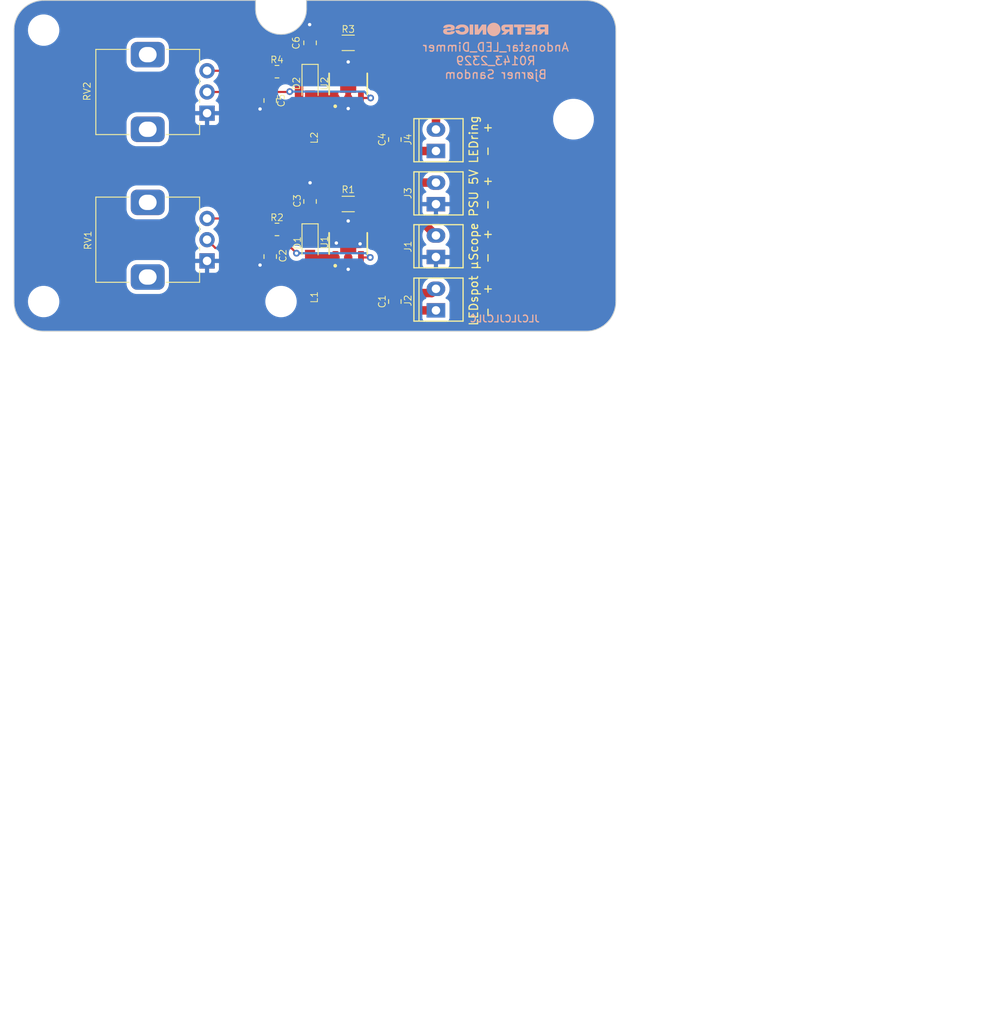
<source format=kicad_pcb>
(kicad_pcb (version 20221018) (generator pcbnew)
  (title_block (title "Andonstar LED Dimmer") (date "2023-07-21") (company "Retronics - Bjørner Sandom"))
  (layers (0 "F.Cu" signal) (31 "B.Cu" signal) (34 "B.Paste" user) (35 "F.Paste" user) (36 "B.SilkS" user "B.Silkscreen") (37 "F.SilkS" user "F.Silkscreen") (38 "B.Mask" user) (39 "F.Mask" user) (44 "Edge.Cuts" user))
  (net 0 "")
  (net 1 "Net-(U1-VSET)")
  (net 2 "GND")
  (net 3 "+5V")
  (net 4 "Net-(U2-VSET)")
  (net 5 "Net-(D1-A)")
  (net 6 "Net-(D2-A)")
  (net 7 "Net-(R2-Pad1)")
  (net 8 "Net-(R4-Pad1)")
  (net 9 "Net-(J2-Pin_2)")
  (net 10 "Net-(J2-Pin_1)")
  (net 11 "Net-(J4-Pin_2)")
  (net 12 "Net-(J4-Pin_1)")
  (footprint "myDevices:KF2510-2P" (layer "F.Cu") (at 90.75 62.98 90)
    (fp_text reference "J1" (at -0.047334 -3.302 90) (layer "F.SilkS") (effects (font (size 0.8 0.8) (thickness 0.1))))
    (fp_text value "From PSU")
    (fp_line (start -2.54 -2.6) (end 2.54 -2.6) (stroke (width 0.15)) (layer "F.SilkS"))
    (fp_line (start -2.54 3.2) (end -2.54 -2.6) (stroke (width 0.15)) (layer "F.SilkS"))
    (fp_line (start -2.5 -2) (end 2.5 -2) (stroke (width 0.15)) (layer "F.SilkS"))
    (fp_line (start 2.54 -2.6) (end 2.54 3.2) (stroke (width 0.15)) (layer "F.SilkS"))
    (fp_line (start 2.54 3.2) (end -2.54 3.2) (stroke (width 0.15)) (layer "F.SilkS"))
    (pad "1" thru_hole rect (at -1.27 0 90) (size 1.7 2.2) (drill 1) (layers "*.Cu" "*.Mask") (net 2 "GND"))
    (pad "2" thru_hole oval (at 1.27 0 90) (size 1.7 2.2) (drill 1) (layers "*.Cu" "*.Mask") (net 3 "+5V"))
  )
  (footprint "Resistor_SMD:R_0805_2012Metric_Pad1.20x1.40mm_HandSolder" (layer "F.Cu") (at 71.2 64.2 -90)
    (fp_text reference "C2" (at -0.1 -1.5 90) (layer "F.SilkS") (effects (font (size 0.8 0.8) (thickness 0.1))))
    (fp_text value "1µF")
    (fp_line (start -0.227064 -0.735) (end 0.227064 -0.735) (stroke (width 0.12)) (layer "F.SilkS"))
    (fp_line (start -0.227064 0.735) (end 0.227064 0.735) (stroke (width 0.12)) (layer "F.SilkS"))
    (pad "1" smd roundrect (at -1 0 270) (size 1.2 1.4) (layers "F.Cu" "F.Paste" "F.Mask") (roundrect_rratio 0.2083333333) (net 1 "Net-(U1-VSET)"))
    (pad "2" smd roundrect (at 1 0 270) (size 1.2 1.4) (layers "F.Cu" "F.Paste" "F.Mask") (roundrect_rratio 0.2083333333) (net 2 "GND"))
  )
  (footprint "myDevices:Potentiometer_Alps_RK09K_Single_Vertical" (layer "F.Cu") (at 63.75 47.291666 180)
    (fp_text reference "RV2" (at 14.15 2.574874 90) (layer "F.SilkS") (effects (font (size 0.8 0.8) (thickness 0.1))))
    (fp_text value "10kΩ")
    (fp_line (start 0.88 -2.521) (end 0.88 -1.2) (stroke (width 0.12)) (layer "F.SilkS"))
    (fp_line (start 0.88 -2.521) (end 4.817 -2.521) (stroke (width 0.12)) (layer "F.SilkS"))
    (fp_line (start 0.88 1.25) (end 0.88 1.63) (stroke (width 0.12)) (layer "F.SilkS"))
    (fp_line (start 0.88 3.371) (end 0.88 4.13) (stroke (width 0.12)) (layer "F.SilkS"))
    (fp_line (start 0.88 5.87) (end 0.88 7.52) (stroke (width 0.12)) (layer "F.SilkS"))
    (fp_line (start 0.88 7.52) (end 4.817 7.52) (stroke (width 0.12)) (layer "F.SilkS"))
    (fp_line (start 9.184 -2.521) (end 13.12 -2.521) (stroke (width 0.12)) (layer "F.SilkS"))
    (fp_line (start 9.184 7.52) (end 13.12 7.52) (stroke (width 0.12)) (layer "F.SilkS"))
    (fp_line (start 13.12 -2.521) (end 13.12 7.52) (stroke (width 0.12)) (layer "F.SilkS"))
    (pad "1" thru_hole rect (at 0 0 180) (size 1.8 1.8) (drill 1) (layers "*.Cu" "*.Mask") (net 2 "GND"))
    (pad "2" thru_hole circle (at 0 2.5 180) (size 1.8 1.8) (drill 1) (layers "*.Cu" "*.Mask") (net 4 "Net-(U2-VSET)"))
    (pad "3" thru_hole circle (at 0 5 180) (size 1.8 1.8) (drill 1) (layers "*.Cu" "*.Mask") (net 8 "Net-(R4-Pad1)"))
    (pad "MP" thru_hole roundrect (at 7 -1.9 180) (size 4 3) (drill oval 2.1 1.8) (layers "*.Cu" "*.Mask"))
    (pad "MP" thru_hole roundrect (at 7 6.9 180) (size 4 3) (drill oval 2.1 1.8) (layers "*.Cu" "*.Mask"))
  )
  (footprint "MountingHole:MountingHole_4.3mm_M4" (layer "F.Cu") (at 106.974874 48)
    (fp_text reference "H4" hide)
    (fp_text value "MountingHole")
    (pad "" np_thru_hole circle (at 0 0) (size 4.3 4.3) (drill 4.3) (layers "*.Cu" "*.Mask"))
  )
  (footprint "myDevices:VLS6045" (layer "F.Cu") (at 80.4 69)
    (fp_text reference "L1" (at -4 0 90) (layer "F.SilkS") (effects (font (size 0.8 0.8) (thickness 0.1))))
    (fp_text value "47µH 1.3A" hide)
    (pad "1" smd rect (at -2.1 0) (size 2.1 5.1) (layers "F.Cu" "F.Paste" "F.Mask") (net 5 "Net-(D1-A)"))
    (pad "2" smd rect (at 2.1 0) (size 2.1 5.1) (layers "F.Cu" "F.Paste" "F.Mask") (net 10 "Net-(J2-Pin_1)"))
  )
  (footprint "MountingHole:MountingHole_3.2mm_M3" (layer "F.Cu") (at 72.474874 69.5)
    (fp_text reference "H3" hide)
    (fp_text value "MountingHole")
    (pad "" np_thru_hole circle (at 0 0) (size 3.2 3.2) (drill 3.2) (layers "*.Cu" "*.Mask"))
  )
  (footprint "myDevices:Potentiometer_Alps_RK09K_Single_Vertical" (layer "F.Cu") (at 63.75 64.708332 180)
    (fp_text reference "RV1" (at 14.05 2.424874 90) (layer "F.SilkS") (effects (font (size 0.8 0.8) (thickness 0.1))))
    (fp_text value "10kΩ")
    (fp_line (start 0.88 -2.521) (end 0.88 -1.2) (stroke (width 0.12)) (layer "F.SilkS"))
    (fp_line (start 0.88 -2.521) (end 4.817 -2.521) (stroke (width 0.12)) (layer "F.SilkS"))
    (fp_line (start 0.88 1.25) (end 0.88 1.63) (stroke (width 0.12)) (layer "F.SilkS"))
    (fp_line (start 0.88 3.371) (end 0.88 4.13) (stroke (width 0.12)) (layer "F.SilkS"))
    (fp_line (start 0.88 5.87) (end 0.88 7.52) (stroke (width 0.12)) (layer "F.SilkS"))
    (fp_line (start 0.88 7.52) (end 4.817 7.52) (stroke (width 0.12)) (layer "F.SilkS"))
    (fp_line (start 9.184 -2.521) (end 13.12 -2.521) (stroke (width 0.12)) (layer "F.SilkS"))
    (fp_line (start 9.184 7.52) (end 13.12 7.52) (stroke (width 0.12)) (layer "F.SilkS"))
    (fp_line (start 13.12 -2.521) (end 13.12 7.52) (stroke (width 0.12)) (layer "F.SilkS"))
    (pad "1" thru_hole rect (at 0 0 180) (size 1.8 1.8) (drill 1) (layers "*.Cu" "*.Mask") (net 2 "GND"))
    (pad "2" thru_hole circle (at 0 2.5 180) (size 1.8 1.8) (drill 1) (layers "*.Cu" "*.Mask") (net 1 "Net-(U1-VSET)"))
    (pad "3" thru_hole circle (at 0 5 180) (size 1.8 1.8) (drill 1) (layers "*.Cu" "*.Mask") (net 7 "Net-(R2-Pad1)"))
    (pad "MP" thru_hole roundrect (at 7 -1.9 180) (size 4 3) (drill oval 2.1 1.8) (layers "*.Cu" "*.Mask"))
    (pad "MP" thru_hole roundrect (at 7 6.9 180) (size 4 3) (drill oval 2.1 1.8) (layers "*.Cu" "*.Mask"))
  )
  (footprint "myDevices:KF2510-2P" (layer "F.Cu") (at 90.75 50.48 90)
    (fp_text reference "J4" (at 0.086 -3.302 90) (layer "F.SilkS") (effects (font (size 0.8 0.8) (thickness 0.1))))
    (fp_text value "LED Ring")
    (fp_line (start -2.54 -2.6) (end 2.54 -2.6) (stroke (width 0.15)) (layer "F.SilkS"))
    (fp_line (start -2.54 3.2) (end -2.54 -2.6) (stroke (width 0.15)) (layer "F.SilkS"))
    (fp_line (start -2.5 -2) (end 2.5 -2) (stroke (width 0.15)) (layer "F.SilkS"))
    (fp_line (start 2.54 -2.6) (end 2.54 3.2) (stroke (width 0.15)) (layer "F.SilkS"))
    (fp_line (start 2.54 3.2) (end -2.54 3.2) (stroke (width 0.15)) (layer "F.SilkS"))
    (pad "1" thru_hole rect (at -1.27 0 90) (size 1.7 2.2) (drill 1) (layers "*.Cu" "*.Mask") (net 12 "Net-(J4-Pin_1)"))
    (pad "2" thru_hole oval (at 1.27 0 90) (size 1.7 2.2) (drill 1) (layers "*.Cu" "*.Mask") (net 11 "Net-(J4-Pin_2)"))
  )
  (footprint "Diode_SMD:Nexperia_CFP3_SOD-123W" (layer "F.Cu") (at 75.9 62.6 -90)
    (fp_text reference "D1" (at 0 1.5 90) (layer "F.SilkS") (effects (font (size 0.8 0.8) (thickness 0.1))))
    (fp_text value "PMEG6020AELRX")
    (fp_line (start -2.26 -0.95) (end -2.26 0.95) (stroke (width 0.12)) (layer "F.SilkS"))
    (fp_line (start -2.26 -0.95) (end 1.4 -0.95) (stroke (width 0.12)) (layer "F.SilkS"))
    (fp_line (start -2.26 0.95) (end 1.4 0.95) (stroke (width 0.12)) (layer "F.SilkS"))
    (pad "1" smd rect (at -1.4 0 270) (size 1.2 1.2) (layers "F.Cu" "F.Paste" "F.Mask") (net 3 "+5V"))
    (pad "2" smd rect (at 1.4 0 270) (size 1.2 1.2) (layers "F.Cu" "F.Paste" "F.Mask") (net 5 "Net-(D1-A)"))
  )
  (footprint "Resistor_SMD:R_0805_2012Metric_Pad1.20x1.40mm_HandSolder" (layer "F.Cu") (at 72 61)
    (fp_text reference "R2" (at 0 -1.4) (layer "F.SilkS") (effects (font (size 0.8 0.8) (thickness 0.1))))
    (fp_text value "10kΩ")
    (fp_line (start -0.227064 -0.735) (end 0.227064 -0.735) (stroke (width 0.12)) (layer "F.SilkS"))
    (fp_line (start -0.227064 0.735) (end 0.227064 0.735) (stroke (width 0.12)) (layer "F.SilkS"))
    (pad "1" smd roundrect (at -1 0) (size 1.2 1.4) (layers "F.Cu" "F.Paste" "F.Mask") (roundrect_rratio 0.2083333333) (net 7 "Net-(R2-Pad1)"))
    (pad "2" smd roundrect (at 1 0) (size 1.2 1.4) (layers "F.Cu" "F.Paste" "F.Mask") (roundrect_rratio 0.2083333333) (net 3 "+5V"))
  )
  (footprint "MountingHole:MountingHole_3.2mm_M3" (layer "F.Cu") (at 44.474874 37.5)
    (fp_text reference "H1" hide)
    (fp_text value "MountingHole")
    (pad "" np_thru_hole circle (at 0 0) (size 3.2 3.2) (drill 3.2) (layers "*.Cu" "*.Mask"))
  )
  (footprint "Resistor_SMD:R_1206_3216Metric_Pad1.30x1.75mm_HandSolder" (layer "F.Cu") (at 80.4 58)
    (fp_text reference "R1" (at 0 -1.7) (layer "F.SilkS") (effects (font (size 0.8 0.8) (thickness 0.1))))
    (fp_text value "200mΩ 0.5W")
    (fp_line (start -0.727064 -0.91) (end 0.727064 -0.91) (stroke (width 0.12)) (layer "F.SilkS"))
    (fp_line (start -0.727064 0.91) (end 0.727064 0.91) (stroke (width 0.12)) (layer "F.SilkS"))
    (pad "1" smd roundrect (at -1.55 0) (size 1.3 1.75) (layers "F.Cu" "F.Paste" "F.Mask") (roundrect_rratio 0.1923076923) (net 3 "+5V"))
    (pad "2" smd roundrect (at 1.55 0) (size 1.3 1.75) (layers "F.Cu" "F.Paste" "F.Mask") (roundrect_rratio 0.1923076923) (net 9 "Net-(J2-Pin_2)"))
  )
  (footprint "Resistor_SMD:R_0805_2012Metric_Pad1.20x1.40mm_HandSolder" (layer "F.Cu") (at 85.9 69.5 90)
    (fp_text reference "C1" (at 0 -1.5 90) (layer "F.SilkS") (effects (font (size 0.8 0.8) (thickness 0.1))))
    (fp_text value "1µF")
    (fp_line (start -0.227064 -0.735) (end 0.227064 -0.735) (stroke (width 0.12)) (layer "F.SilkS"))
    (fp_line (start -0.227064 0.735) (end 0.227064 0.735) (stroke (width 0.12)) (layer "F.SilkS"))
    (pad "1" smd roundrect (at -1 0 90) (size 1.2 1.4) (layers "F.Cu" "F.Paste" "F.Mask") (roundrect_rratio 0.2083333333) (net 10 "Net-(J2-Pin_1)"))
    (pad "2" smd roundrect (at 1 0 90) (size 1.2 1.4) (layers "F.Cu" "F.Paste" "F.Mask") (roundrect_rratio 0.2083333333) (net 9 "Net-(J2-Pin_2)"))
  )
  (footprint "myDevices:VLS6045" (layer "F.Cu") (at 80.3 50.2)
    (fp_text reference "L2" (at -3.9 0 90) (layer "F.SilkS") (effects (font (size 0.8 0.8) (thickness 0.1))))
    (fp_text value "47µH 1.3A" hide)
    (pad "1" smd rect (at -2.1 0) (size 2.1 5.1) (layers "F.Cu" "F.Paste" "F.Mask") (net 6 "Net-(D2-A)"))
    (pad "2" smd rect (at 2.1 0) (size 2.1 5.1) (layers "F.Cu" "F.Paste" "F.Mask") (net 12 "Net-(J4-Pin_1)"))
  )
  (footprint "Resistor_SMD:R_0805_2012Metric_Pad1.20x1.40mm_HandSolder" (layer "F.Cu") (at 75.9 39 90)
    (fp_text reference "C6" (at 0 -1.65 90) (layer "F.SilkS") (effects (font (size 0.8 0.8) (thickness 0.1))))
    (fp_text value "22µF")
    (fp_line (start -0.227064 -0.735) (end 0.227064 -0.735) (stroke (width 0.12)) (layer "F.SilkS"))
    (fp_line (start -0.227064 0.735) (end 0.227064 0.735) (stroke (width 0.12)) (layer "F.SilkS"))
    (pad "1" smd roundrect (at -1 0 90) (size 1.2 1.4) (layers "F.Cu" "F.Paste" "F.Mask") (roundrect_rratio 0.2083333333) (net 3 "+5V"))
    (pad "2" smd roundrect (at 1 0 90) (size 1.2 1.4) (layers "F.Cu" "F.Paste" "F.Mask") (roundrect_rratio 0.2083333333) (net 2 "GND"))
  )
  (footprint "myDevices:KF2510-2P" (layer "F.Cu") (at 90.75 69.27 90)
    (fp_text reference "J2" (at -0.114 -3.302 90) (layer "F.SilkS") (effects (font (size 0.8 0.8) (thickness 0.1))))
    (fp_text value "LED Spots")
    (fp_line (start -2.54 -2.6) (end 2.54 -2.6) (stroke (width 0.15)) (layer "F.SilkS"))
    (fp_line (start -2.54 3.2) (end -2.54 -2.6) (stroke (width 0.15)) (layer "F.SilkS"))
    (fp_line (start -2.5 -2) (end 2.5 -2) (stroke (width 0.15)) (layer "F.SilkS"))
    (fp_line (start 2.54 -2.6) (end 2.54 3.2) (stroke (width 0.15)) (layer "F.SilkS"))
    (fp_line (start 2.54 3.2) (end -2.54 3.2) (stroke (width 0.15)) (layer "F.SilkS"))
    (pad "1" thru_hole rect (at -1.27 0 90) (size 1.7 2.2) (drill 1) (layers "*.Cu" "*.Mask") (net 10 "Net-(J2-Pin_1)"))
    (pad "2" thru_hole oval (at 1.27 0 90) (size 1.7 2.2) (drill 1) (layers "*.Cu" "*.Mask") (net 9 "Net-(J2-Pin_2)"))
  )
  (footprint "Resistor_SMD:R_1206_3216Metric_Pad1.30x1.75mm_HandSolder" (layer "F.Cu") (at 80.4 39)
    (fp_text reference "R3" (at 0 -1.6) (layer "F.SilkS") (effects (font (size 0.8 0.8) (thickness 0.1))))
    (fp_text value "200mΩ 0.5W")
    (fp_line (start -0.727064 -0.91) (end 0.727064 -0.91) (stroke (width 0.12)) (layer "F.SilkS"))
    (fp_line (start -0.727064 0.91) (end 0.727064 0.91) (stroke (width 0.12)) (layer "F.SilkS"))
    (pad "1" smd roundrect (at -1.55 0) (size 1.3 1.75) (layers "F.Cu" "F.Paste" "F.Mask") (roundrect_rratio 0.1923076923) (net 3 "+5V"))
    (pad "2" smd roundrect (at 1.55 0) (size 1.3 1.75) (layers "F.Cu" "F.Paste" "F.Mask") (roundrect_rratio 0.1923076923) (net 11 "Net-(J4-Pin_2)"))
  )
  (footprint "Diode_SMD:Nexperia_CFP3_SOD-123W" (layer "F.Cu") (at 75.9 43.8 -90)
    (fp_text reference "D2" (at 0 1.6 90) (layer "F.SilkS") (effects (font (size 0.8 0.8) (thickness 0.1))))
    (fp_text value "PMEG6020AELRX")
    (fp_line (start -2.26 -0.95) (end -2.26 0.95) (stroke (width 0.12)) (layer "F.SilkS"))
    (fp_line (start -2.26 -0.95) (end 1.4 -0.95) (stroke (width 0.12)) (layer "F.SilkS"))
    (fp_line (start -2.26 0.95) (end 1.4 0.95) (stroke (width 0.12)) (layer "F.SilkS"))
    (pad "1" smd rect (at -1.4 0 270) (size 1.2 1.2) (layers "F.Cu" "F.Paste" "F.Mask") (net 3 "+5V"))
    (pad "2" smd rect (at 1.4 0 270) (size 1.2 1.2) (layers "F.Cu" "F.Paste" "F.Mask") (net 6 "Net-(D2-A)"))
  )
  (footprint "Resistor_SMD:R_0805_2012Metric_Pad1.20x1.40mm_HandSolder" (layer "F.Cu") (at 71.2 45.8 -90)
    (fp_text reference "C5" (at 0 -1.3 90) (layer "F.SilkS") (effects (font (size 0.8 0.8) (thickness 0.1))))
    (fp_text value "1µF")
    (fp_line (start -0.227064 -0.735) (end 0.227064 -0.735) (stroke (width 0.12)) (layer "F.SilkS"))
    (fp_line (start -0.227064 0.735) (end 0.227064 0.735) (stroke (width 0.12)) (layer "F.SilkS"))
    (pad "1" smd roundrect (at -1 0 270) (size 1.2 1.4) (layers "F.Cu" "F.Paste" "F.Mask") (roundrect_rratio 0.2083333333) (net 4 "Net-(U2-VSET)"))
    (pad "2" smd roundrect (at 1 0 270) (size 1.2 1.4) (layers "F.Cu" "F.Paste" "F.Mask") (roundrect_rratio 0.2083333333) (net 2 "GND"))
  )
  (footprint "Resistor_SMD:R_0805_2012Metric_Pad1.20x1.40mm_HandSolder" (layer "F.Cu") (at 72 42.4)
    (fp_text reference "R4" (at 0 -1.4) (layer "F.SilkS") (effects (font (size 0.8 0.8) (thickness 0.1))))
    (fp_text value "10kΩ")
    (fp_line (start -0.227064 -0.735) (end 0.227064 -0.735) (stroke (width 0.12)) (layer "F.SilkS"))
    (fp_line (start -0.227064 0.735) (end 0.227064 0.735) (stroke (width 0.12)) (layer "F.SilkS"))
    (pad "1" smd roundrect (at -1 0) (size 1.2 1.4) (layers "F.Cu" "F.Paste" "F.Mask") (roundrect_rratio 0.2083333333) (net 8 "Net-(R4-Pad1)"))
    (pad "2" smd roundrect (at 1 0) (size 1.2 1.4) (layers "F.Cu" "F.Paste" "F.Mask") (roundrect_rratio 0.2083333333) (net 3 "+5V"))
  )
  (footprint "Resistor_SMD:R_0805_2012Metric_Pad1.20x1.40mm_HandSolder" (layer "F.Cu") (at 85.9 50.4 90)
    (fp_text reference "C4" (at 0 -1.5 90) (layer "F.SilkS") (effects (font (size 0.8 0.8) (thickness 0.1))))
    (fp_text value "1µF")
    (fp_line (start -0.227064 -0.735) (end 0.227064 -0.735) (stroke (width 0.12)) (layer "F.SilkS"))
    (fp_line (start -0.227064 0.735) (end 0.227064 0.735) (stroke (width 0.12)) (layer "F.SilkS"))
    (pad "1" smd roundrect (at -1 0 90) (size 1.2 1.4) (layers "F.Cu" "F.Paste" "F.Mask") (roundrect_rratio 0.2083333333) (net 12 "Net-(J4-Pin_1)"))
    (pad "2" smd roundrect (at 1 0 90) (size 1.2 1.4) (layers "F.Cu" "F.Paste" "F.Mask") (roundrect_rratio 0.2083333333) (net 11 "Net-(J4-Pin_2)"))
  )
  (footprint "myDevices:SOT89-5" (layer "F.Cu") (at 80.4 43.85)
    (fp_text reference "U2" (at -2.8 -0.05 90) (layer "F.SilkS") (effects (font (size 0.8 0.8) (thickness 0.1))))
    (fp_text value "AL8861Y-13" hide)
    (fp_line (start -2.25 1.25) (end -2.25 -1.25) (stroke (width 0.2)) (layer "F.SilkS"))
    (fp_line (start 2.25 -1.25) (end 2.25 1.25) (stroke (width 0.2)) (layer "F.SilkS"))
    (fp_circle (center -1.532 2.628) (end -1.532 2.645) (stroke (width 0.2)) (fill none) (layer "F.SilkS"))
    (pad "1" smd rect (at -1.5 1.65) (size 0.68 1.5) (layers "F.Cu" "F.Paste" "F.Mask") (net 6 "Net-(D2-A)"))
    (pad "2" smd rect (at 0 -0.475) (size 1.9 3.05) (layers "F.Cu" "F.Paste" "F.Mask") (net 2 "GND"))
    (pad "2" smd rect (at 0 1.65) (size 0.68 1.5) (layers "F.Cu" "F.Paste" "F.Mask") (net 2 "GND"))
    (pad "3" smd rect (at 1.5 1.65) (size 0.68 1.5) (layers "F.Cu" "F.Paste" "F.Mask") (net 4 "Net-(U2-VSET)"))
    (pad "4" smd rect (at 1.5 -1.65) (size 0.68 1.5) (layers "F.Cu" "F.Paste" "F.Mask") (net 11 "Net-(J4-Pin_2)"))
    (pad "5" smd rect (at -1.5 -1.65) (size 0.68 1.5) (layers "F.Cu" "F.Paste" "F.Mask") (net 3 "+5V"))
  )
  (footprint "myDevices:SOT89-5" (layer "F.Cu") (at 80.4 62.65)
    (fp_text reference "U1" (at -2.8 -0.102626 90) (layer "F.SilkS") (effects (font (size 0.8 0.8) (thickness 0.1))))
    (fp_text value "AL8861Y-13" hide)
    (fp_line (start -2.25 1.25) (end -2.25 -1.25) (stroke (width 0.2)) (layer "F.SilkS"))
    (fp_line (start 2.25 -1.25) (end 2.25 1.25) (stroke (width 0.2)) (layer "F.SilkS"))
    (fp_circle (center -1.532 2.628) (end -1.532 2.645) (stroke (width 0.2)) (fill none) (layer "F.SilkS"))
    (pad "1" smd rect (at -1.5 1.65) (size 0.68 1.5) (layers "F.Cu" "F.Paste" "F.Mask") (net 5 "Net-(D1-A)"))
    (pad "2" smd rect (at 0 -0.475) (size 1.9 3.05) (layers "F.Cu" "F.Paste" "F.Mask") (net 2 "GND"))
    (pad "2" smd rect (at 0 1.65) (size 0.68 1.5) (layers "F.Cu" "F.Paste" "F.Mask") (net 2 "GND"))
    (pad "3" smd rect (at 1.5 1.65) (size 0.68 1.5) (layers "F.Cu" "F.Paste" "F.Mask") (net 1 "Net-(U1-VSET)"))
    (pad "4" smd rect (at 1.5 -1.65) (size 0.68 1.5) (layers "F.Cu" "F.Paste" "F.Mask") (net 9 "Net-(J2-Pin_2)"))
    (pad "5" smd rect (at -1.5 -1.65) (size 0.68 1.5) (layers "F.Cu" "F.Paste" "F.Mask") (net 3 "+5V"))
  )
  (footprint "MountingHole:MountingHole_3.2mm_M3" (layer "F.Cu") (at 44.474874 69.5)
    (fp_text reference "H2" hide)
    (fp_text value "MountingHole")
    (pad "" np_thru_hole circle (at 0 0) (size 3.2 3.2) (drill 3.2) (layers "*.Cu" "*.Mask"))
  )
  (footprint "myDevices:KF2510-2P" (layer "F.Cu") (at 90.75 56.75 90)
    (fp_text reference "J3" (at 0.019333 -3.302 90) (layer "F.SilkS") (effects (font (size 0.8 0.8) (thickness 0.1))))
    (fp_text value "To microsocope")
    (fp_line (start -2.54 -2.6) (end 2.54 -2.6) (stroke (width 0.15)) (layer "F.SilkS"))
    (fp_line (start -2.54 3.2) (end -2.54 -2.6) (stroke (width 0.15)) (layer "F.SilkS"))
    (fp_line (start -2.5 -2) (end 2.5 -2) (stroke (width 0.15)) (layer "F.SilkS"))
    (fp_line (start 2.54 -2.6) (end 2.54 3.2) (stroke (width 0.15)) (layer "F.SilkS"))
    (fp_line (start 2.54 3.2) (end -2.54 3.2) (stroke (width 0.15)) (layer "F.SilkS"))
    (pad "1" thru_hole rect (at -1.27 0 90) (size 1.7 2.2) (drill 1) (layers "*.Cu" "*.Mask") (net 2 "GND"))
    (pad "2" thru_hole oval (at 1.27 0 90) (size 1.7 2.2) (drill 1) (layers "*.Cu" "*.Mask") (net 3 "+5V"))
  )
  (footprint "Resistor_SMD:R_0805_2012Metric_Pad1.20x1.40mm_HandSolder" (layer "F.Cu") (at 75.9 57.7 90)
    (fp_text reference "C3" (at 0.064 -1.518 90) (layer "F.SilkS") (effects (font (size 0.8 0.8) (thickness 0.1))))
    (fp_text value "22µF")
    (fp_line (start -0.227064 -0.735) (end 0.227064 -0.735) (stroke (width 0.12)) (layer "F.SilkS"))
    (fp_line (start -0.227064 0.735) (end 0.227064 0.735) (stroke (width 0.12)) (layer "F.SilkS"))
    (pad "1" smd roundrect (at -1 0 90) (size 1.2 1.4) (layers "F.Cu" "F.Paste" "F.Mask") (roundrect_rratio 0.2083333333) (net 3 "+5V"))
    (pad "2" smd roundrect (at 1 0 90) (size 1.2 1.4) (layers "F.Cu" "F.Paste" "F.Mask") (roundrect_rratio 0.2083333333) (net 2 "GND"))
  )
  (footprint "Icons_Graphics:retronics_logo_14mm" (layer "B.Cu") (at 97.8 37.4 180)
    (fp_text reference "G***" hide)
    (fp_text value "LOGO" hide)
    (fp_poly (pts (xy 3.075737 -0.626332) (xy 2.650726 -0.626332) (xy 2.650726 0.559225) (xy 3.075737 0.559225)) (fill solid) (layer "B.SilkS"))
    (fp_poly (pts (xy -2.147424 0.234875) (xy -2.561251 0.234875) (xy -2.561251 -0.626332) (xy -2.997446 -0.626332) (xy -2.997446 0.234875) (xy -3.411273 0.234875) (xy -3.411273 0.559225) (xy -2.147424 0.559225)) (fill solid) (layer "B.SilkS"))
    (fp_poly (pts (xy -3.489564 0.235169) (xy -3.872634 0.232226) (xy -4.255703 0.229283) (xy -4.262411 0.100661) (xy -3.489564 0.100661) (xy -3.489564 -0.178658) (xy -3.872634 -0.181601) (xy -4.255703 -0.184544) (xy -4.259083 -0.243262) (xy -4.262464 -0.301981) (xy -3.489564 -0.301981) (xy -3.489564 -0.626332) (xy -4.686306 -0.626332) (xy -4.686306 0.559225) (xy -3.489564 0.559225)) (fill solid) (layer "B.SilkS"))
    (fp_poly (pts (xy 2.482959 -0.626332) (xy 2.234104 -0.626061) (xy 1.985248 -0.62579) (xy 1.773232 -0.329508) (xy 1.72178 -0.258205) (xy 1.674126 -0.193305) (xy 1.631884 -0.13692) (xy 1.596672 -0.091163) (xy 1.570106 -0.058147) (xy 1.553801 -0.039984) (xy 1.549542 -0.037113) (xy 1.545434 -0.049662) (xy 1.54191 -0.084007) (xy 1.538998 -0.139585) (xy 1.536727 -0.21583) (xy 1.535123 -0.312177) (xy 1.534887 -0.333665) (xy 1.531905 -0.626332) (xy 1.107265 -0.626332) (xy 1.107265 0.559225) (xy 1.361713 0.558961) (xy 1.61616 0.558696) (xy 1.823073 0.25158) (xy 1.873029 0.178031) (xy 1.919479 0.110788) (xy 1.96086 0.052026) (xy 1.995609 0.003919) (xy 2.022161 -0.031356) (xy 2.038955 -0.051626) (xy 2.043967 -0.055729) (xy 2.048295 -0.050927) (xy 2.051697 -0.035077) (xy 2.054261 -0.00621) (xy 2.056078 0.037641) (xy 2.057236 0.098443) (xy 2.057825 0.178166) (xy 2.057948 0.251652) (xy 2.057948 0.559225) (xy 2.482959 0.559225)) (fill solid) (layer "B.SilkS"))
    (fp_poly (pts (xy 0.308238 0.767339) (xy 0.386893 0.755606) (xy 0.437524 0.741689) (xy 0.497781 0.72075) (xy 0.55762 0.696408) (xy 0.581049 0.685638) (xy 0.632714 0.659367) (xy 0.674606 0.633782) (xy 0.713581 0.603884) (xy 0.756495 0.564672) (xy 0.783822 0.537763) (xy 0.830169 0.48985) (xy 0.864494 0.449592) (xy 0.891795 0.410132) (xy 0.917074 0.364614) (xy 0.931696 0.334991) (xy 0.975414 0.231291) (xy 1.002701 0.133519) (xy 1.015112 0.034302) (xy 1.014965 -0.060004) (xy 0.997762 -0.19148) (xy 0.960581 -0.315089) (xy 0.904933 -0.429092) (xy 0.832332 -0.531748) (xy 0.74429 -0.621315) (xy 0.642318 -0.696053) (xy 0.527929 -0.75422) (xy 0.402635 -0.794077) (xy 0.37161 -0.800629) (xy 0.306832 -0.809678) (xy 0.235839 -0.814219) (xy 0.16791 -0.813969) (xy 0.112323 -0.808645) (xy 0.111845 -0.808563) (xy -0.021371 -0.774817) (xy -0.143963 -0.722282) (xy -0.254434 -0.652049) (xy -0.351285 -0.56521) (xy -0.433015 -0.462855) (xy -0.484725 -0.374111) (xy -0.53325 -0.253816) (xy -0.5608 -0.130999) (xy -0.56828 -0.007801) (xy -0.556592 0.113639) (xy -0.526641 0.231183) (xy -0.479329 0.34269) (xy -0.41556 0.446022) (xy -0.336238 0.539038) (xy -0.242266 0.619599) (xy -0.134548 0.685567) (xy -0.016777 0.733911) (xy 0.086992 0.758553) (xy 0.198263 0.769854)) (fill solid) (layer "B.SilkS"))
    (fp_poly (pts (xy -5.723668 0.559141) (xy -5.610297 0.558846) (xy -5.504408 0.558036) (xy -5.4084 0.556761) (xy -5.324675 0.555072) (xy -5.255634 0.553018) (xy -5.203677 0.55065) (xy -5.171204 0.54802) (xy -5.167239 0.547463) (xy -5.069038 0.522415) (xy -4.984002 0.481263) (xy -4.913761 0.42513) (xy -4.859948 0.355138) (xy -4.844229 0.325318) (xy -4.830596 0.293602) (xy -4.821943 0.264295) (xy -4.817181 0.230697) (xy -4.815218 0.186105) (xy -4.814928 0.145134) (xy -4.815404 0.090742) (xy -4.817715 0.051801) (xy -4.82318 0.021399) (xy -4.83312 -0.007377) (xy -4.848855 -0.041438) (xy -4.851668 -0.047168) (xy -4.898197 -0.119645) (xy -4.959296 -0.17659) (xy -5.036248 -0.218936) (xy -5.125808 -0.246629) (xy -5.161129 -0.255423) (xy -5.186406 -0.263492) (xy -5.194979 -0.268068) (xy -5.188073 -0.276978) (xy -5.166348 -0.298221) (xy -5.13209 -0.32972) (xy -5.087588 -0.369395) (xy -5.035129 -0.415169) (xy -4.997011 -0.447923) (xy -4.794693 -0.620739) (xy -5.054529 -0.623744) (xy -5.314365 -0.626748) (xy -5.5048 -0.444792) (xy -5.565802 -0.386734) (xy -5.613139 -0.342457) (xy -5.649153 -0.310115) (xy -5.676186 -0.287866) (xy -5.696582 -0.273866) (xy -5.712684 -0.26627) (xy -5.726833 -0.263235) (xy -5.736014 -0.262835) (xy -5.776795 -0.262835) (xy -5.779868 -0.444583) (xy -5.782941 -0.626332) (xy -6.207398 -0.626332) (xy -6.207398 -0.011184) (xy -5.78312 -0.011184) (xy -5.567452 -0.011167) (xy -5.489839 -0.010886) (xy -5.431132 -0.009881) (xy -5.387872 -0.007886) (xy -5.356602 -0.004636) (xy -5.333862 0.000135) (xy -5.316194 0.006694) (xy -5.312638 0.008406) (xy -5.277631 0.037123) (xy -5.256957 0.077241) (xy -5.250833 0.122811) (xy -5.259473 0.167885) (xy -5.283093 0.206514) (xy -5.304818 0.22429) (xy -5.318861 0.231889) (xy -5.334872 0.237428) (xy -5.356288 0.241166) (xy -5.386551 0.243361) (xy -5.429098 0.244271) (xy -5.48737 0.244155) (xy -5.558697 0.243353) (xy -5.776795 0.240467) (xy -5.779957 0.114642) (xy -5.78312 -0.011184) (xy -6.207398 -0.011184) (xy -6.207398 0.559225)) (fill solid) (layer "B.SilkS"))
    (fp_poly (pts (xy -1.563034 0.559141) (xy -1.449663 0.558846) (xy -1.343774 0.558036) (xy -1.247766 0.556761) (xy -1.164041 0.555072) (xy -1.095 0.553018) (xy -1.043043 0.55065) (xy -1.01057 0.54802) (xy -1.006605 0.547463) (xy -0.908404 0.522415) (xy -0.823368 0.481263) (xy -0.753127 0.42513) (xy -0.699314 0.355138) (xy -0.683595 0.325318) (xy -0.669962 0.293602) (xy -0.661309 0.264295) (xy -0.656546 0.230697) (xy -0.654584 0.186105) (xy -0.654294 0.145134) (xy -0.65477 0.090742) (xy -0.657081 0.051801) (xy -0.662546 0.021399) (xy -0.672486 -0.007377) (xy -0.688221 -0.041438) (xy -0.691034 -0.047168) (xy -0.737563 -0.119645) (xy -0.798662 -0.17659) (xy -0.875614 -0.218936) (xy -0.965174 -0.246629) (xy -1.000495 -0.255423) (xy -1.025772 -0.263492) (xy -1.034345 -0.268068) (xy -1.027439 -0.276978) (xy -1.005714 -0.298221) (xy -0.971456 -0.32972) (xy -0.926954 -0.369395) (xy -0.874495 -0.415169) (xy -0.836377 -0.447923) (xy -0.634059 -0.620739) (xy -0.893895 -0.623744) (xy -1.153731 -0.626748) (xy -1.344166 -0.444792) (xy -1.405168 -0.386734) (xy -1.452505 -0.342457) (xy -1.488518 -0.310115) (xy -1.515552 -0.287866) (xy -1.535948 -0.273866) (xy -1.552049 -0.26627) (xy -1.566199 -0.263235) (xy -1.57538 -0.262835) (xy -1.616161 -0.262835) (xy -1.619234 -0.444583) (xy -1.622307 -0.626332) (xy -2.046764 -0.626332) (xy -2.046764 -0.011184) (xy -1.622486 -0.011184) (xy -1.406818 -0.011167) (xy -1.329205 -0.010886) (xy -1.270498 -0.009881) (xy -1.227238 -0.007886) (xy -1.195968 -0.004636) (xy -1.173228 0.000135) (xy -1.15556 0.006694) (xy -1.152004 0.008406) (xy -1.116997 0.037123) (xy -1.096323 0.077241) (xy -1.090199 0.122811) (xy -1.098839 0.167885) (xy -1.122459 0.206514) (xy -1.144184 0.22429) (xy -1.158227 0.231889) (xy -1.174238 0.237428) (xy -1.195654 0.241166) (xy -1.225917 0.243361) (xy -1.268464 0.244271) (xy -1.326736 0.244155) (xy -1.398063 0.243353) (xy -1.616161 0.240467) (xy -1.619323 0.114642) (xy -1.622486 -0.011184) (xy -2.046764 -0.011184) (xy -2.046764 0.559225)) (fill solid) (layer "B.SilkS"))
    (fp_poly (pts (xy 4.096773 0.56052) (xy 4.17723 0.552939) (xy 4.233254 0.543427) (xy 4.351917 0.509371) (xy 4.458389 0.463119) (xy 4.551021 0.406086) (xy 4.628164 0.339687) (xy 4.688168 0.265337) (xy 4.729384 0.184452) (xy 4.749971 0.100099) (xy 4.756528 0.044738) (xy 4.532034 0.044738) (xy 4.455831 0.044829) (xy 4.39902 0.045298) (xy 4.358625 0.046442) (xy 4.33167 0.048557) (xy 4.315177 0.051941) (xy 4.306172 0.05689) (xy 4.301676 0.063701) (xy 4.300207 0.067842) (xy 4.288454 0.090271) (xy 4.267627 0.1192) (xy 4.258518 0.130075) (xy 4.204367 0.175915) (xy 4.135611 0.209929) (xy 4.056976 0.231547) (xy 3.973186 0.240197) (xy 3.888968 0.235311) (xy 3.809047 0.216317) (xy 3.752399 0.191156) (xy 3.696707 0.147942) (xy 3.656068 0.091729) (xy 3.631351 0.026811) (xy 3.623424 -0.042514) (xy 3.633155 -0.111951) (xy 3.661412 -0.177204) (xy 3.674147 -0.196015) (xy 3.718806 -0.238557) (xy 3.779362 -0.271345) (xy 3.851296 -0.293766) (xy 3.930086 -0.305203) (xy 4.011214 -0.305042) (xy 4.090159 -0.292669) (xy 4.162401 -0.267467) (xy 4.170435 -0.263536) (xy 4.215154 -0.235104) (xy 4.255996 -0.199036) (xy 4.286941 -0.161298) (xy 4.300207 -0.134948) (xy 4.303574 -0.127107) (xy 4.309982 -0.121275) (xy 4.322408 -0.117155) (xy 4.34383 -0.114451) (xy 4.377224 -0.112865) (xy 4.425568 -0.1121) (xy 4.491839 -0.11186) (xy 4.53193 -0.111845) (xy 4.756321 -0.111845) (xy 4.750829 -0.16057) (xy 4.738677 -0.213311) (xy 4.715121 -0.273949) (xy 4.683973 -0.333979) (xy 4.651799 -0.381476) (xy 4.593615 -0.440586) (xy 4.517757 -0.495523) (xy 4.42886 -0.543763) (xy 4.331557 -0.58278) (xy 4.233333 -0.609467) (xy 4.172521 -0.619069) (xy 4.097908 -0.626385) (xy 4.016503 -0.631141) (xy 3.935315 -0.633064) (xy 3.861352 -0.631879) (xy 3.801624 -0.627313) (xy 3.795885 -0.626545) (xy 3.665135 -0.59965) (xy 3.546594 -0.558326) (xy 3.441996 -0.503575) (xy 3.353075 -0.436397) (xy 3.281564 -0.357796) (xy 3.251265 -0.311763) (xy 3.212565 -0.224105) (xy 3.190275 -0.126435) (xy 3.184268 -0.023802) (xy 3.194417 0.078741) (xy 3.220594 0.176145) (xy 3.262673 0.263359) (xy 3.265878 0.268436) (xy 3.325626 0.342389) (xy 3.404242 0.409176) (xy 3.498869 0.466956) (xy 3.606649 0.513891) (xy 3.685292 0.538485) (xy 3.748216 0.550699) (xy 3.827006 0.559065) (xy 3.915482 0.563528) (xy 4.007464 0.564032)) (fill solid) (layer "B.SilkS"))
    (fp_poly (pts (xy 5.623007 0.561476) (xy 5.719382 0.549594) (xy 5.7992 0.534806) (xy 5.868227 0.515683) (xy 5.932227 0.490797) (xy 5.959308 0.478129) (xy 6.044126 0.426368) (xy 6.111507 0.363206) (xy 6.160197 0.290156) (xy 6.188942 0.208732) (xy 6.190981 0.198525) (xy 6.198702 0.156583) (xy 5.758573 0.156583) (xy 5.731376 0.188906) (xy 5.692766 0.221893) (xy 5.639361 0.24535) (xy 5.568823 0.260077) (xy 5.507287 0.265661) (xy 5.429308 0.26643) (xy 5.368775 0.258517) (xy 5.322225 0.241188) (xy 5.293064 0.220363) (xy 5.271434 0.188542) (xy 5.269362 0.154503) (xy 5.28656 0.12422) (xy 5.298148 0.114899) (xy 5.309984 0.108711) (xy 5.326345 0.103747) (xy 5.349977 0.099777) (xy 5.383626 0.096573) (xy 5.430038 0.093906) (xy 5.491959 0.091547) (xy 5.572134 0.089267) (xy 5.619702 0.08809) (xy 5.711391 0.085706) (xy 5.783952 0.083274) (xy 5.840624 0.080524) (xy 5.884648 0.077185) (xy 5.919263 0.072987) (xy 5.947709 0.067658) (xy 5.973225 0.060929) (xy 5.983707 0.057664) (xy 6.057409 0.026081) (xy 6.114167 -0.016976) (xy 6.157824 -0.074713) (xy 6.170285 -0.098092) (xy 6.187055 -0.135923) (xy 6.196467 -0.16969) (xy 6.200367 -0.208701) (xy 6.200742 -0.251651) (xy 6.196473 -0.319583) (xy 6.185664 -0.371065) (xy 6.180967 -0.383318) (xy 6.148323 -0.437285) (xy 6.101707 -0.489824) (xy 6.048517 -0.532902) (xy 6.036108 -0.540641) (xy 5.960167 -0.5756) (xy 5.866408 -0.602951) (xy 5.758199 -0.622277) (xy 5.638904 -0.633161) (xy 5.51189 -0.635184) (xy 5.380521 -0.627929) (xy 5.353776 -0.625302) (xy 5.23242 -0.605576) (xy 5.122313 -0.573754) (xy 5.026254 -0.530939) (xy 4.947042 -0.478232) (xy 4.921022 -0.454941) (xy 4.881622 -0.408387) (xy 4.849381 -0.35529) (xy 4.82787 -0.302585) (xy 4.820628 -0.260039) (xy 4.820519 -0.22369) (xy 5.246974 -0.22369) (xy 5.274367 -0.256244) (xy 5.312476 -0.287536) (xy 5.367859 -0.310538) (xy 5.441923 -0.325695) (xy 5.516627 -0.332529) (xy 5.604095 -0.333507) (xy 5.671485 -0.325564) (xy 5.719324 -0.308482) (xy 5.748139 -0.282044) (xy 5.758459 -0.246033) (xy 5.758008 -0.233124) (xy 5.750716 -0.204596) (xy 5.731323 -0.185134) (xy 5.715279 -0.176173) (xy 5.698463 -0.169255) (xy 5.677398 -0.164144) (xy 5.648671 -0.160583) (xy 5.608868 -0.158315) (xy 5.554578 -0.157081) (xy 5.482386 -0.156624) (xy 5.456049 -0.1566) (xy 5.332544 -0.155214) (xy 5.228916 -0.150749) (xy 5.142824 -0.142713) (xy 5.071924 -0.130614) (xy 5.013875 -0.113957) (xy 4.966336 -0.092253) (xy 4.926963 -0.065006) (xy 4.900603 -0.039794) (xy 4.855966 0.024351) (xy 4.829862 0.097316) (xy 4.822467 0.175136) (xy 4.833956 0.253848) (xy 4.864506 0.329489) (xy 4.882904 0.359161) (xy 4.933435 0.413947) (xy 5.002709 0.461623) (xy 5.088027 0.501452) (xy 5.186689 0.532696) (xy 5.295996 0.554617) (xy 5.413249 0.566476) (xy 5.535747 0.567537)) (fill solid) (layer "B.SilkS"))
  )
  (gr_arc (start 108.474874 34) (mid 110.949748 35.025126) (end 111.974874 37.5) (stroke (width 0.1)) (layer "Edge.Cuts"))
  (gr_arc (start 44.474874 73) (mid 42 71.974874) (end 40.974874 69.5) (stroke (width 0.1)) (layer "Edge.Cuts"))
  (gr_line (start 111.974874 69.5) (end 111.974874 37.5) (stroke (width 0.1)) (layer "Edge.Cuts"))
  (gr_arc (start 75.474874 35) (mid 72.474874 38) (end 69.474874 35) (stroke (width 0.1)) (layer "Edge.Cuts"))
  (gr_line (start 69.474874 34) (end 44.474874 34) (stroke (width 0.1)) (layer "Edge.Cuts"))
  (gr_arc (start 111.974874 69.5) (mid 110.949748 71.974874) (end 108.474874 73) (stroke (width 0.1)) (layer "Edge.Cuts"))
  (gr_line (start 69.474874 35) (end 69.474874 34) (stroke (width 0.1)) (layer "Edge.Cuts"))
  (gr_line (start 108.474874 34) (end 75.474874 34) (stroke (width 0.1)) (layer "Edge.Cuts"))
  (gr_line (start 44.474874 73) (end 108.474874 73) (stroke (width 0.1)) (layer "Edge.Cuts"))
  (gr_arc (start 40.974874 37.5) (mid 42 35.025126) (end 44.474874 34) (stroke (width 0.1)) (layer "Edge.Cuts"))
  (gr_line (start 75.474874 35) (end 75.474874 34) (stroke (width 0.1)) (layer "Edge.Cuts"))
  (gr_line (start 40.974874 37.5) (end 40.974874 69.5) (stroke (width 0.1)) (layer "Edge.Cuts"))
  (gr_text "JLCJLCJLCJLC" (at 103.071186 72) (layer "B.SilkS") (effects (font (size 0.8 0.8)) (justify left bottom mirror)))
  (gr_text "Andonstar_LED_Dimmer\nR0143_2329\nBjørner Sandom\n" (at 97.803328 43.32) (layer "B.SilkS") (effects (font (size 1 1)) (justify bottom mirror)))
  (gr_text "LEDring\n-  +" (at 97.4 50.4 90) (layer "F.SilkS") (effects (font (size 1 1)) (justify bottom)))
  (gr_text "LEDspot\n-  +" (at 97.4 69.4 90) (layer "F.SilkS") (effects (font (size 1 1)) (justify bottom)))
  (gr_text "PSU 5V\n-  +" (at 97.4 56.709524 90) (layer "F.SilkS") (effects (font (size 1 1)) (justify bottom)))
  (gr_text "µScope\n-  +" (at 97.4 62.971428 90) (layer "F.SilkS") (effects (font (size 1 1)) (justify bottom)))
  (segment (start 73.7 63.2) (end 71.2 63.2) (width 0.25) (layer "F.Cu") (net 1))
  (segment (start 74.3 63.8) (end 73.7 63.2) (width 0.25) (layer "F.Cu") (net 1))
  (segment (start 64.741668 63.2) (end 63.75 62.208332) (width 0.25) (layer "F.Cu") (net 1))
  (segment (start 71.2 63.2) (end 64.741668 63.2) (width 0.25) (layer "F.Cu") (net 1))
  (segment (start 83 64.3) (end 81.9 64.3) (width 0.25) (layer "F.Cu") (net 1))
  (via (at 74.3 63.8) (size 0.8) (drill 0.4) (layers "F.Cu" "B.Cu") (net 1))
  (via (at 83 64.3) (size 0.8) (drill 0.4) (layers "F.Cu" "B.Cu") (net 1))
  (segment (start 74.3 63.8) (end 82.5 63.8) (width 0.25) (layer "B.Cu") (net 1))
  (segment (start 82.5 63.8) (end 83 64.3) (width 0.25) (layer "B.Cu") (net 1))
  (segment (start 80.925 62.7) (end 81.8 62.7) (width 1) (layer "F.Cu") (net 2))
  (segment (start 80.4 43.375) (end 80.4 41.25) (width 1) (layer "F.Cu") (net 2))
  (segment (start 80.4 62.175) (end 80.4 60) (width 1) (layer "F.Cu") (net 2))
  (segment (start 75.9 38) (end 75.9 36.9) (width 0.5) (layer "F.Cu") (net 2))
  (segment (start 71.2 65.2) (end 70 65.2) (width 0.25) (layer "F.Cu") (net 2))
  (segment (start 80.4 62.175) (end 80.925 62.7) (width 1) (layer "F.Cu") (net 2))
  (segment (start 80.4 62.175) (end 79.975 62.6) (width 1) (layer "F.Cu") (net 2))
  (segment (start 80.4 64.3) (end 80.4 65.7) (width 1) (layer "F.Cu") (net 2))
  (segment (start 75.9 56.7) (end 75.9 55.5) (width 0.5) (layer "F.Cu") (net 2))
  (segment (start 71.2 46.8) (end 70 46.8) (width 0.25) (layer "F.Cu") (net 2))
  (segment (start 79.975 62.6) (end 79 62.6) (width 1) (layer "F.Cu") (net 2))
  (segment (start 75.9 36.9) (end 75.85 36.85) (width 0.5) (layer "F.Cu") (net 2))
  (segment (start 80.4 45.5) (end 80.4 46.75) (width 1) (layer "F.Cu") (net 2))
  (via (at 75.85 36.85) (size 0.8) (drill 0.4) (layers "F.Cu" "B.Cu") (net 2))
  (via (at 81.8 62.7) (size 0.8) (drill 0.4) (layers "F.Cu" "B.Cu") (net 2))
  (via (at 79 62.6) (size 0.8) (drill 0.4) (layers "F.Cu" "B.Cu") (net 2))
  (via (at 80.4 65.7) (size 0.8) (drill 0.4) (layers "F.Cu" "B.Cu") (net 2))
  (via (at 80.4 46.75) (size 0.8) (drill 0.4) (layers "F.Cu" "B.Cu") (net 2))
  (via (at 75.9 55.5) (size 0.8) (drill 0.4) (layers "F.Cu" "B.Cu") (net 2))
  (via (at 70 65.2) (size 0.8) (drill 0.4) (layers "F.Cu" "B.Cu") (net 2))
  (via (at 80.4 41.25) (size 0.8) (drill 0.4) (layers "F.Cu" "B.Cu") (net 2))
  (via (at 80.4 60) (size 0.8) (drill 0.4) (layers "F.Cu" "B.Cu") (net 2))
  (via (at 70 46.8) (size 0.8) (drill 0.4) (layers "F.Cu" "B.Cu") (net 2))
  (segment (start 83.29 54.25) (end 84.52 55.48) (width 1) (layer "F.Cu") (net 3))
  (segment (start 75.9 61.2) (end 78.535 61.2) (width 1) (layer "F.Cu") (net 3))
  (segment (start 90.75 55.48) (end 84.52 55.48) (width 1) (layer "F.Cu") (net 3))
  (segment (start 76.75 54.25) (end 74.6 52.1) (width 1) (layer "F.Cu") (net 3))
  (segment (start 78.535 61.2) (end 78.735 61) (width 1) (layer "F.Cu") (net 3))
  (segment (start 78.85 54.4) (end 79 54.25) (width 1) (layer "F.Cu") (net 3))
  (segment (start 78.85 39) (end 78.735 39.115) (width 1) (layer "F.Cu") (net 3))
  (segment (start 79 54.25) (end 76.75 54.25) (width 1) (layer "F.Cu") (net 3))
  (segment (start 84.52 55.48) (end 90.75 61.71) (width 1) (layer "F.Cu") (net 3))
  (segment (start 74.6 43.7) (end 75.9 42.4) (width 1) (layer "F.Cu") (net 3))
  (segment (start 78.85 58) (end 78.735 58.115) (width 1) (layer "F.Cu") (net 3))
  (segment (start 75.9 61.2) (end 73.25 61.2) (width 0.25) (layer "F.Cu") (net 3))
  (segment (start 78.735 39.115) (end 78.735 42.2) (width 1) (layer "F.Cu") (net 3))
  (segment (start 75.9 42.4) (end 78.535 42.4) (width 1) (layer "F.Cu") (net 3))
  (segment (start 73 42.4) (end 75.9 42.4) (width 0.25) (layer "F.Cu") (net 3))
  (segment (start 75.9 58.7) (end 75.9 61.2) (width 1) (layer "F.Cu") (net 3))
  (segment (start 73.25 61.2) (end 73.05 61) (width 0.25) (layer "F.Cu") (net 3))
  (segment (start 78.85 58) (end 78.85 54.4) (width 1) (layer "F.Cu") (net 3))
  (segment (start 78.735 58.115) (end 78.735 61) (width 1) (layer "F.Cu") (net 3))
  (segment (start 79 54.25) (end 83.29 54.25) (width 1) (layer "F.Cu") (net 3))
  (segment (start 78.535 42.4) (end 78.735 42.2) (width 1) (layer "F.Cu") (net 3))
  (segment (start 75.9 42.4) (end 75.9 40) (width 1) (layer "F.Cu") (net 3))
  (segment (start 74.6 52.1) (end 74.6 43.7) (width 1) (layer "F.Cu") (net 3))
  (segment (start 73.458834 44.791666) (end 63.75 44.791666) (width 0.25) (layer "F.Cu") (net 4))
  (segment (start 73.5005 44.75) (end 73.458834 44.791666) (width 0.25) (layer "F.Cu") (net 4))
  (segment (start 83.05 45.5) (end 81.9 45.5) (width 0.25) (layer "F.Cu") (net 4))
  (via (at 83.05 45.5) (size 0.8) (drill 0.4) (layers "F.Cu" "B.Cu") (net 4))
  (via (at 73.5005 44.75) (size 0.8) (drill 0.4) (layers "F.Cu" "B.Cu") (net 4))
  (segment (start 82.3 44.75) (end 83.05 45.5) (width 0.25) (layer "B.Cu") (net 4))
  (segment (start 73.5005 44.75) (end 82.3 44.75) (width 0.25) (layer "B.Cu") (net 4))
  (segment (start 78.9 64.3) (end 77.9 64.3) (width 1) (layer "F.Cu") (net 5))
  (segment (start 77.9 64.3) (end 78.3 64.7) (width 1) (layer "F.Cu") (net 5))
  (segment (start 76.2 64.3) (end 75.9 64) (width 1) (layer "F.Cu") (net 5))
  (segment (start 77.9 64.3) (end 76.2 64.3) (width 1) (layer "F.Cu") (net 5))
  (segment (start 78.3 64.7) (end 78.3 69) (width 1) (layer "F.Cu") (net 5))
  (segment (start 75.9 45.2) (end 78.6 45.2) (width 1) (layer "F.Cu") (net 6))
  (segment (start 78.2 46.2) (end 78.9 45.5) (width 1) (layer "F.Cu") (net 6))
  (segment (start 78.2 50.2) (end 78.2 46.2) (width 1) (layer "F.Cu") (net 6))
  (segment (start 78.6 45.2) (end 78.9 45.5) (width 1) (layer "F.Cu") (net 6))
  (segment (start 69.708332 59.708332) (end 71 61) (width 0.25) (layer "F.Cu") (net 7))
  (segment (start 63.75 59.708332) (end 69.708332 59.708332) (width 0.25) (layer "F.Cu") (net 7))
  (segment (start 71 42.4) (end 70.891666 42.291666) (width 0.25) (layer "F.Cu") (net 8))
  (segment (start 70.891666 42.291666) (end 63.75 42.291666) (width 0.25) (layer "F.Cu") (net 8))
  (segment (start 87.75 63.294365) (end 84.455635 60) (width 1) (layer "F.Cu") (net 9))
  (segment (start 82.065 60) (end 82.065 61) (width 1) (layer "F.Cu") (net 9))
  (segment (start 90.25 68.5) (end 90.75 68) (width 1) (layer "F.Cu") (net 9))
  (segment (start 85.9 68.5) (end 87.75 68.5) (width 1) (layer "F.Cu") (net 9))
  (segment (start 87.75 68.5) (end 90.25 68.5) (width 1) (layer "F.Cu") (net 9))
  (segment (start 81.95 58) (end 82.065 58.115) (width 1) (layer "F.Cu") (net 9))
  (segment (start 84.455635 60) (end 82.065 60) (width 1) (layer "F.Cu") (net 9))
  (segment (start 87.75 68.5) (end 87.75 63.294365) (width 1) (layer "F.Cu") (net 9))
  (segment (start 82.065 58.115) (end 82.065 59.5) (width 1) (layer "F.Cu") (net 9))
  (segment (start 82.065 59.5) (end 82.065 60) (width 1) (layer "F.Cu") (net 9))
  (segment (start 85.94 70.54) (end 85.9 70.5) (width 1) (layer "F.Cu") (net 10))
  (segment (start 82.5 69) (end 84 70.5) (width 1) (layer "F.Cu") (net 10))
  (segment (start 90.75 70.54) (end 85.94 70.54) (width 1) (layer "F.Cu") (net 10))
  (segment (start 84 70.5) (end 85.9 70.5) (width 1) (layer "F.Cu") (net 10))
  (segment (start 82.065 42.2) (end 82.065 39.115) (width 1) (layer "F.Cu") (net 11))
  (segment (start 90.75 47.004365) (end 89.172817 45.427183) (width 1) (layer "F.Cu") (net 11))
  (segment (start 82.065 39.115) (end 81.95 39) (width 1) (layer "F.Cu") (net 11))
  (segment (start 89.172817 45.427183) (end 85.945635 42.2) (width 1) (layer "F.Cu") (net 11))
  (segment (start 89.172817 45.427183) (end 85.9 48.7) (width 1) (layer "F.Cu") (net 11))
  (segment (start 90.75 49.21) (end 90.75 47.004365) (width 1) (layer "F.Cu") (net 11))
  (segment (start 85.945635 42.2) (end 82.065 42.2) (width 1) (layer "F.Cu") (net 11))
  (segment (start 85.9 48.7) (end 85.9 49.4) (width 1) (layer "F.Cu") (net 11))
  (segment (start 83.95 51.75) (end 82.4 50.2) (width 1) (layer "F.Cu") (net 12))
  (segment (start 90.75 51.75) (end 83.95 51.75) (width 1) (layer "F.Cu") (net 12))
  (zone (net 2) (net_name "GND") (layer "B.Cu") (connect_pads (clearance 0.5)) (min_thickness 0.25) (fill yes (thermal_gap 0.5) (thermal_bridge_width 0.5))
    (polygon (pts (xy 41 34) (xy 112 34) (xy 112 73) (xy 41 73)))
  )
)
</source>
